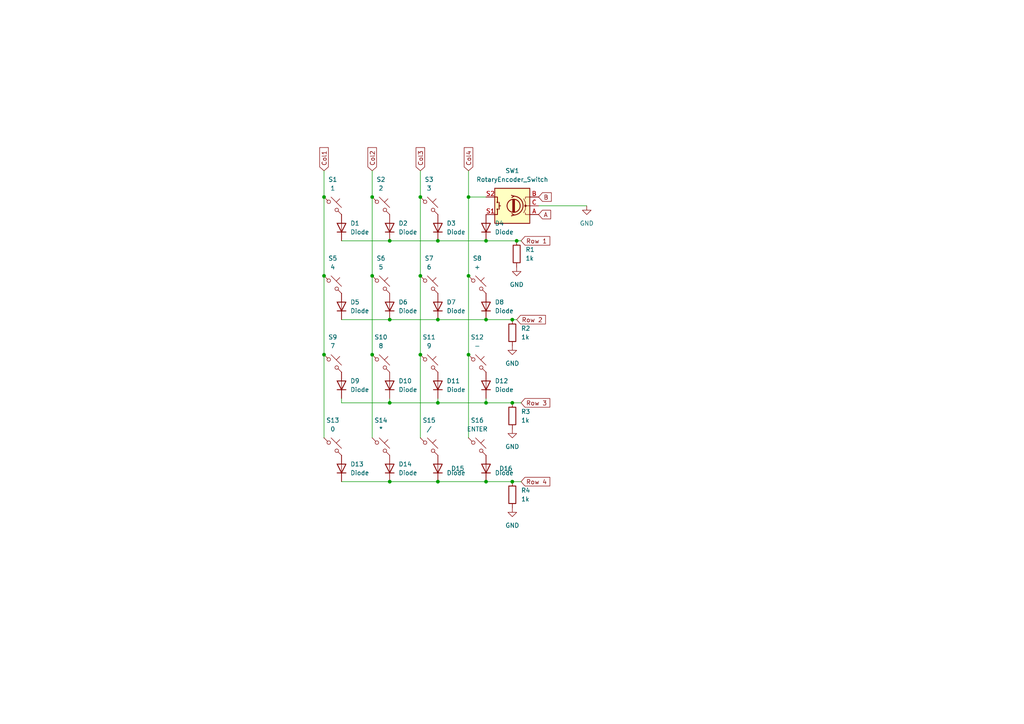
<source format=kicad_sch>
(kicad_sch (version 20231120) (generator "eeschema") (generator_version "8.0")
  (paper "A4")
  (lib_symbols
    (symbol "Device:R" (pin_numbers hide) (pin_names (offset 0))
      (property "Reference" "R" (at 2.032 0 90))
      (property "Value" "R" (at 0 0 90))
      (symbol "R_0_1"
        (rectangle (start -1.016 -2.54) (end 1.016 2.54) (stroke (width 0.254)))
      )
      (symbol "R_1_1"
        (pin passive line (at 0 3.81 270) (length 1.27) (name "~") (number "1"))
        (pin passive line (at 0 -3.81 90) (length 1.27) (name "~") (number "2"))
      )
    )
    (symbol "Device:RotaryEncoder_Switch" (pin_names (offset 0.254) hide)
      (property "Reference" "SW" (at 0 6.604 0))
      (property "Value" "RotaryEncoder_Switch" (at 0 -6.604 0))
      (symbol "RotaryEncoder_Switch_0_1"
        (rectangle (start -5.08 5.08) (end 5.08 -5.08) (stroke (width 0.254)) (fill (type background)))
        (circle (center -3.81 0) (radius 0.254) (fill (type outline)))
        (circle (center -0.381 0) (radius 1.905) (stroke (width 0.254)))
        (arc (start -0.381 2.667) (mid -3.0988 -0.0635) (end -0.381 -2.794) (stroke (width 0.254)))
        (polyline (pts (xy -0.635 -1.778) (xy -0.635 1.778)) (stroke (width 0.254)))
        (polyline (pts (xy -0.381 -1.778) (xy -0.381 1.778)) (stroke (width 0.254)))
        (polyline (pts (xy -0.127 1.778) (xy -0.127 -1.778)) (stroke (width 0.254)))
        (polyline (pts (xy 3.81 0) (xy 3.429 0)) (stroke (width 0.254)))
        (polyline (pts (xy 3.81 1.016) (xy 3.81 -1.016)) (stroke (width 0.254)))
        (polyline (pts (xy -5.08 -2.54) (xy -3.81 -2.54) (xy -3.81 -2.032)))
        (polyline (pts (xy -5.08 2.54) (xy -3.81 2.54) (xy -3.81 2.032)))
        (polyline (pts (xy 0.254 -3.048) (xy -0.508 -2.794) (xy 0.127 -2.413)) (stroke (width 0.254)))
        (polyline (pts (xy 0.254 2.921) (xy -0.508 2.667) (xy 0.127 2.286)) (stroke (width 0.254)))
        (polyline (pts (xy 5.08 -2.54) (xy 4.318 -2.54) (xy 4.318 -1.016)) (stroke (width 0.254)))
        (polyline (pts (xy 5.08 2.54) (xy 4.318 2.54) (xy 4.318 1.016)) (stroke (width 0.254)))
        (polyline (pts (xy -5.08 0) (xy -3.81 0) (xy -3.81 -1.016) (xy -3.302 -2.032)))
        (polyline (pts (xy -4.318 0) (xy -3.81 0) (xy -3.81 1.016) (xy -3.302 2.032)))
        (circle (center 4.318 -1.016) (radius 0.127) (stroke (width 0.254)))
        (circle (center 4.318 1.016) (radius 0.127) (stroke (width 0.254)))
      )
      (symbol "RotaryEncoder_Switch_1_1"
        (pin passive line (at -7.62 2.54 0) (length 2.54) (name "A") (number "A"))
        (pin passive line (at -7.62 -2.54 0) (length 2.54) (name "B") (number "B"))
        (pin passive line (at -7.62 0 0) (length 2.54) (name "C") (number "C"))
        (pin passive line (at 7.62 2.54 180) (length 2.54) (name "S1") (number "S1"))
        (pin passive line (at 7.62 -2.54 180) (length 2.54) (name "S2") (number "S2"))
      )
    )
    (symbol "ScottoKeebs:Placeholder_Diode" (pin_numbers hide) (pin_names hide)
      (property "Reference" "D" (at 0 2.54 0))
      (property "Value" "Diode" (at 0 -2.54 0))
      (symbol "Placeholder_Diode_0_1"
        (polyline (pts (xy -1.27 1.27) (xy -1.27 -1.27)) (stroke (width 0.254)))
        (polyline (pts (xy 1.27 0) (xy -1.27 0)))
        (polyline (pts (xy 1.27 1.27) (xy 1.27 -1.27) (xy -1.27 0) (xy 1.27 1.27)) (stroke (width 0.254)))
      )
      (symbol "Placeholder_Diode_1_1"
        (pin passive line (at -3.81 0 0) (length 2.54) (name "K") (number "1"))
        (pin passive line (at 3.81 0 180) (length 2.54) (name "A") (number "2"))
      )
    )
    (symbol "ScottoKeebs:Placeholder_Keyswitch" (pin_numbers hide) (pin_names (offset 1.016) hide)
      (property "Reference" "S" (at 3.048 1.016 0))
      (property "Value" "Keyswitch" (at 0 -3.81 0))
      (symbol "Placeholder_Keyswitch_0_1"
        (circle (center -1.1684 1.1684) (radius 0.508))
        (polyline (pts (xy -0.508 2.54) (xy 2.54 -0.508)))
        (polyline (pts (xy 1.016 1.016) (xy 2.032 2.032)))
        (polyline (pts (xy -2.54 2.54) (xy -1.524 1.524) (xy -1.524 1.524)))
        (polyline (pts (xy 1.524 -1.524) (xy 2.54 -2.54) (xy 2.54 -2.54) (xy 2.54 -2.54)))
        (circle (center 1.143 -1.1938) (radius 0.508))
        (pin passive line (at -2.54 2.54 0) (length 0) (name "1") (number "1"))
        (pin passive line (at 2.54 -2.54 180) (length 0) (name "2") (number "2"))
      )
    )
    (symbol "ScottoKeebs:Placeholder_Resistor" (pin_numbers hide) (pin_names (offset 0))
      (property "Reference" "R" (at 0 2.032 0))
      (property "Value" "Resistor" (at 0 -2.54 0))
      (symbol "Placeholder_Resistor_0_1"
        (rectangle (start 2.54 -1.016) (end -2.54 1.016) (stroke (width 0.254)))
      )
      (symbol "Placeholder_Resistor_1_1"
        (pin passive line (at -3.81 0 0) (length 1.27) (name "~") (number "1"))
        (pin passive line (at 3.81 0 180) (length 1.27) (name "~") (number "2"))
      )
    )
    (symbol "power:GND" (power) (pin_numbers hide) (pin_names (offset 0) hide)
      (property "Value" "GND" (at 0 -3.81 0))
      (symbol "GND_0_1"
        (polyline (pts (xy 0 0) (xy 0 -1.27) (xy 1.27 -1.27) (xy 0 -2.54) (xy -1.27 -1.27) (xy 0 -1.27)))
      )
      (symbol "GND_1_1"
        (pin power_in line (at 0 0 270) (length 0) (name "~") (number "1"))
      )
    )
  )
  (junction (at 135.89 80.01))
  (junction (at 140.97 69.85))
  (junction (at 127 92.71))
  (junction (at 121.92 80.01))
  (junction (at 113.03 69.85))
  (junction (at 127 139.7))
  (junction (at 140.97 92.71))
  (junction (at 127 116.84))
  (junction (at 93.98 80.01))
  (junction (at 148.59 92.71))
  (junction (at 140.97 139.7))
  (junction (at 107.95 80.01))
  (junction (at 135.89 57.15))
  (junction (at 121.92 102.87))
  (junction (at 113.03 116.84))
  (junction (at 93.98 57.15))
  (junction (at 140.97 116.84))
  (junction (at 121.92 57.15))
  (junction (at 113.03 139.7))
  (junction (at 113.03 92.71))
  (junction (at 148.59 139.7))
  (junction (at 107.95 57.15))
  (junction (at 149.86 69.85))
  (junction (at 148.59 116.84))
  (junction (at 107.95 102.87))
  (junction (at 127 69.85))
  (junction (at 135.89 102.87))
  (junction (at 93.98 102.87))
  (wire (pts (xy 107.95 49.53) (xy 107.95 57.15)))
  (wire (pts (xy 113.03 91.44) (xy 113.03 92.71)))
  (wire (pts (xy 140.97 116.84) (xy 148.59 116.84)))
  (wire (pts (xy 148.59 139.7) (xy 151.13 139.7)))
  (wire (pts (xy 135.89 57.15) (xy 140.97 57.15)))
  (wire (pts (xy 107.95 80.01) (xy 107.95 102.87)))
  (wire (pts (xy 140.97 116.84) (xy 140.97 115.57)))
  (wire (pts (xy 148.59 116.84) (xy 151.13 116.84)))
  (wire (pts (xy 121.92 57.15) (xy 121.92 80.01)))
  (wire (pts (xy 140.97 139.7) (xy 148.59 139.7)))
  (wire (pts (xy 135.89 80.01) (xy 135.89 102.87)))
  (wire (pts (xy 127 116.84) (xy 140.97 116.84)))
  (wire (pts (xy 127 139.7) (xy 140.97 139.7)))
  (wire (pts (xy 113.03 139.7) (xy 127 139.7)))
  (wire (pts (xy 113.03 92.71) (xy 127 92.71)))
  (wire (pts (xy 140.97 92.71) (xy 148.59 92.71)))
  (wire (pts (xy 99.06 139.7) (xy 113.03 139.7)))
  (wire (pts (xy 113.03 116.84) (xy 127 116.84)))
  (wire (pts (xy 140.97 69.85) (xy 149.86 69.85)))
  (wire (pts (xy 127 116.84) (xy 127 115.57)))
  (wire (pts (xy 99.06 92.71) (xy 113.03 92.71)))
  (wire (pts (xy 107.95 127) (xy 107.95 102.87)))
  (wire (pts (xy 99.06 69.85) (xy 113.03 69.85)))
  (wire (pts (xy 93.98 127) (xy 93.98 102.87)))
  (wire (pts (xy 113.03 69.85) (xy 127 69.85)))
  (wire (pts (xy 93.98 57.15) (xy 93.98 80.01)))
  (wire (pts (xy 135.89 57.15) (xy 135.89 80.01)))
  (wire (pts (xy 135.89 49.53) (xy 135.89 57.15)))
  (wire (pts (xy 135.89 127) (xy 135.89 102.87)))
  (wire (pts (xy 149.86 69.85) (xy 151.13 69.85)))
  (wire (pts (xy 99.06 116.84) (xy 99.06 115.57)))
  (wire (pts (xy 121.92 80.01) (xy 121.92 102.87)))
  (wire (pts (xy 93.98 49.53) (xy 93.98 57.15)))
  (wire (pts (xy 148.59 92.71) (xy 149.86 92.71)))
  (wire (pts (xy 113.03 116.84) (xy 113.03 115.57)))
  (wire (pts (xy 121.92 102.87) (xy 121.92 127)))
  (wire (pts (xy 121.92 49.53) (xy 121.92 57.15)))
  (wire (pts (xy 140.97 69.85) (xy 127 69.85)))
  (wire (pts (xy 156.21 59.69) (xy 170.18 59.69)))
  (wire (pts (xy 93.98 80.01) (xy 93.98 102.87)))
  (wire (pts (xy 99.06 116.84) (xy 113.03 116.84)))
  (wire (pts (xy 127 92.71) (xy 140.97 92.71)))
  (wire (pts (xy 107.95 57.15) (xy 107.95 80.01)))
  (global_label "Col2" (shape input) (at 107.95 49.53 90) (property "Intersheetrefs" "${INTERSHEET_REFS}" (effects (hide yes))))
  (global_label "Col3" (shape input) (at 121.92 49.53 90) (property "Intersheetrefs" "${INTERSHEET_REFS}" (effects (hide yes))))
  (global_label "B" (shape input) (at 156.21 57.15 0) (property "Intersheetrefs" "${INTERSHEET_REFS}" (effects (hide yes))))
  (global_label "Col1" (shape input) (at 93.98 49.53 90) (property "Intersheetrefs" "${INTERSHEET_REFS}" (effects (hide yes))))
  (global_label "Row 1" (shape input) (at 151.13 69.85 0) (property "Intersheetrefs" "${INTERSHEET_REFS}" (effects (hide yes))))
  (global_label "Row 3" (shape input) (at 151.13 116.84 0) (property "Intersheetrefs" "${INTERSHEET_REFS}" (effects (hide yes))))
  (global_label "Row 4" (shape input) (at 151.13 139.7 0) (property "Intersheetrefs" "${INTERSHEET_REFS}" (effects (hide yes))))
  (global_label "Col4" (shape input) (at 135.89 49.53 90) (property "Intersheetrefs" "${INTERSHEET_REFS}" (effects (hide yes))))
  (global_label "A" (shape input) (at 156.21 62.23 0) (property "Intersheetrefs" "${INTERSHEET_REFS}" (effects (hide yes))))
  (global_label "Row 2" (shape input) (at 149.86 92.71 0) (property "Intersheetrefs" "${INTERSHEET_REFS}" (effects (hide yes))))
  (symbol (lib_id "ScottoKeebs:Placeholder_Keyswitch") (at 110.49 82.55 0) (unit 1)
    (property "Reference" "S6" (at 110.49 74.93 0))
    (property "Value" "5" (at 110.49 77.47 0))
    (property "Footprint" "PCM_Switch_Keyboard_Hotswap_Kailh:SW_Hotswap_Kailh_MX_1.00u" (effects (hide yes)))
    (property "Description" "Push button switch, normally open, two pins, 45° tilted" (effects (hide yes)))
  )
  (symbol (lib_id "power:GND") (at 170.18 59.69 0) (unit 1)
    (property "Reference" "#PWR016" (effects (hide yes)))
    (property "Value" "GND" (at 170.18 64.77 0))
    (property "Description" "Power symbol creates a global label with name \"GND\" , ground" (effects (hide yes)))
  )
  (symbol (lib_id "ScottoKeebs:Placeholder_Keyswitch") (at 124.46 105.41 0) (unit 1)
    (property "Reference" "S11" (at 124.46 97.79 0))
    (property "Value" "9" (at 124.46 100.33 0))
    (property "Footprint" "PCM_Switch_Keyboard_Hotswap_Kailh:SW_Hotswap_Kailh_MX_1.00u" (effects (hide yes)))
    (property "Description" "Push button switch, normally open, two pins, 45° tilted" (effects (hide yes)))
  )
  (symbol (lib_id "Device:R") (at 149.86 73.66 0) (unit 1)
    (property "Reference" "R1" (at 152.4 72.3899 0) (effects (justify left)))
    (property "Value" "1k" (at 152.4 74.9299 0) (effects (justify left)))
    (property "Footprint" "Resistor_SMD:R_0805_2012Metric_Pad1.20x1.40mm_HandSolder" (effects (hide yes)))
    (property "Description" "Resistor" (effects (hide yes)))
  )
  (symbol (lib_id "ScottoKeebs:Placeholder_Diode") (at 127 135.89 90) (unit 1)
    (property "Reference" "D15" (at 130.81 135.8899 90) (effects (justify right)))
    (property "Value" "Diode" (at 129.54 137.1599 90) (effects (justify right)))
    (property "Footprint" "Diode_SMD:D_MiniMELF_Handsoldering" (effects (hide yes)))
    (property "Description" "1N4148 (DO-35) or 1N4148W (SOD-123)" (effects (hide yes)))
    (property "Sim.Device" "D" (effects (hide yes)))
    (property "Sim.Pins" "1=K 2=A" (effects (hide yes)))
  )
  (symbol (lib_id "ScottoKeebs:Placeholder_Keyswitch") (at 124.46 59.69 0) (unit 1)
    (property "Reference" "S3" (at 124.46 52.07 0))
    (property "Value" "3" (at 124.46 54.61 0))
    (property "Footprint" "PCM_Switch_Keyboard_Hotswap_Kailh:SW_Hotswap_Kailh_MX_1.00u" (effects (hide yes)))
    (property "Description" "Push button switch, normally open, two pins, 45° tilted" (effects (hide yes)))
  )
  (symbol (lib_id "power:GND") (at 148.59 124.46 0) (unit 1)
    (property "Reference" "#PWR080" (effects (hide yes)))
    (property "Value" "GND" (at 148.59 129.54 0))
    (property "Description" "Power symbol creates a global label with name \"GND\" , ground" (effects (hide yes)))
  )
  (symbol (lib_id "ScottoKeebs:Placeholder_Keyswitch") (at 110.49 129.54 0) (unit 1)
    (property "Reference" "S14" (at 110.49 121.92 0))
    (property "Value" "*" (at 110.49 124.46 0))
    (property "Footprint" "PCM_Switch_Keyboard_Hotswap_Kailh:SW_Hotswap_Kailh_MX_1.00u" (effects (hide yes)))
    (property "Description" "Push button switch, normally open, two pins, 45° tilted" (effects (hide yes)))
  )
  (symbol (lib_id "ScottoKeebs:Placeholder_Diode") (at 99.06 111.76 90) (unit 1)
    (property "Reference" "D9" (at 101.6 110.4899 90) (effects (justify right)))
    (property "Value" "Diode" (at 101.6 113.0299 90) (effects (justify right)))
    (property "Footprint" "Diode_SMD:D_MiniMELF_Handsoldering" (effects (hide yes)))
    (property "Description" "1N4148 (DO-35) or 1N4148W (SOD-123)" (effects (hide yes)))
    (property "Sim.Device" "D" (effects (hide yes)))
    (property "Sim.Pins" "1=K 2=A" (effects (hide yes)))
  )
  (symbol (lib_id "ScottoKeebs:Placeholder_Keyswitch") (at 138.43 105.41 0) (unit 1)
    (property "Reference" "S12" (at 138.43 97.79 0))
    (property "Value" "-" (at 138.43 100.33 0))
    (property "Footprint" "PCM_Switch_Keyboard_Hotswap_Kailh:SW_Hotswap_Kailh_MX_1.00u" (effects (hide yes)))
    (property "Description" "Push button switch, normally open, two pins, 45° tilted" (effects (hide yes)))
  )
  (symbol (lib_id "ScottoKeebs:Placeholder_Keyswitch") (at 96.52 105.41 0) (unit 1)
    (property "Reference" "S9" (at 96.52 97.79 0))
    (property "Value" "7" (at 96.52 100.33 0))
    (property "Footprint" "PCM_Switch_Keyboard_Hotswap_Kailh:SW_Hotswap_Kailh_MX_1.00u" (effects (hide yes)))
    (property "Description" "Push button switch, normally open, two pins, 45° tilted" (effects (hide yes)))
  )
  (symbol (lib_id "ScottoKeebs:Placeholder_Diode") (at 127 111.76 90) (unit 1)
    (property "Reference" "D11" (at 129.54 110.4899 90) (effects (justify right)))
    (property "Value" "Diode" (at 129.54 113.0299 90) (effects (justify right)))
    (property "Footprint" "Diode_SMD:D_MiniMELF_Handsoldering" (effects (hide yes)))
    (property "Description" "1N4148 (DO-35) or 1N4148W (SOD-123)" (effects (hide yes)))
    (property "Sim.Device" "D" (effects (hide yes)))
    (property "Sim.Pins" "1=K 2=A" (effects (hide yes)))
  )
  (symbol (lib_id "ScottoKeebs:Placeholder_Diode") (at 140.97 66.04 90) (unit 1)
    (property "Reference" "D4" (at 143.51 64.7699 90) (effects (justify right)))
    (property "Value" "Diode" (at 143.51 67.3099 90) (effects (justify right)))
    (property "Footprint" "Diode_SMD:D_MiniMELF_Handsoldering" (effects (hide yes)))
    (property "Description" "1N4148 (DO-35) or 1N4148W (SOD-123)" (effects (hide yes)))
    (property "Sim.Device" "D" (effects (hide yes)))
    (property "Sim.Pins" "1=K 2=A" (effects (hide yes)))
  )
  (symbol (lib_id "ScottoKeebs:Placeholder_Diode") (at 99.06 135.89 90) (unit 1)
    (property "Reference" "D13" (at 101.6 134.6199 90) (effects (justify right)))
    (property "Value" "Diode" (at 101.6 137.1599 90) (effects (justify right)))
    (property "Footprint" "Diode_SMD:D_MiniMELF_Handsoldering" (effects (hide yes)))
    (property "Description" "1N4148 (DO-35) or 1N4148W (SOD-123)" (effects (hide yes)))
    (property "Sim.Device" "D" (effects (hide yes)))
    (property "Sim.Pins" "1=K 2=A" (effects (hide yes)))
  )
  (symbol (lib_id "power:GND") (at 148.59 100.33 0) (unit 1)
    (property "Reference" "#PWR079" (effects (hide yes)))
    (property "Value" "GND" (at 148.59 105.41 0))
    (property "Description" "Power symbol creates a global label with name \"GND\" , ground" (effects (hide yes)))
  )
  (symbol (lib_id "ScottoKeebs:Placeholder_Keyswitch") (at 138.43 129.54 0) (unit 1)
    (property "Reference" "S16" (at 138.43 121.92 0))
    (property "Value" "ENTER" (at 138.43 124.46 0))
    (property "Footprint" "PCM_Switch_Keyboard_Hotswap_Kailh:SW_Hotswap_Kailh_MX_2.25u_90deg" (effects (hide yes)))
    (property "Description" "Push button switch, normally open, two pins, 45° tilted" (effects (hide yes)))
  )
  (symbol (lib_id "Device:RotaryEncoder_Switch") (at 148.59 59.69 180) (unit 1)
    (property "Reference" "SW1" (at 148.59 49.53 0))
    (property "Value" "RotaryEncoder_Switch" (at 148.59 52.07 0))
    (property "Footprint" "Rotary_Encoder:RotaryEncoder_Alps_EC11E-Switch_Vertical_H20mm_CircularMountingHoles" (effects (hide yes)))
    (property "Description" "Rotary encoder, dual channel, incremental quadrate outputs, with switch" (effects (hide yes)))
  )
  (symbol (lib_id "ScottoKeebs:Placeholder_Diode") (at 127 88.9 90) (unit 1)
    (property "Reference" "D7" (at 129.54 87.6299 90) (effects (justify right)))
    (property "Value" "Diode" (at 129.54 90.1699 90) (effects (justify right)))
    (property "Footprint" "Diode_SMD:D_MiniMELF_Handsoldering" (effects (hide yes)))
    (property "Description" "1N4148 (DO-35) or 1N4148W (SOD-123)" (effects (hide yes)))
    (property "Sim.Device" "D" (effects (hide yes)))
    (property "Sim.Pins" "1=K 2=A" (effects (hide yes)))
  )
  (symbol (lib_id "ScottoKeebs:Placeholder_Diode") (at 113.03 135.89 90) (unit 1)
    (property "Reference" "D14" (at 115.57 134.6199 90) (effects (justify right)))
    (property "Value" "Diode" (at 115.57 137.1599 90) (effects (justify right)))
    (property "Footprint" "Diode_SMD:D_MiniMELF_Handsoldering" (effects (hide yes)))
    (property "Description" "1N4148 (DO-35) or 1N4148W (SOD-123)" (effects (hide yes)))
    (property "Sim.Device" "D" (effects (hide yes)))
    (property "Sim.Pins" "1=K 2=A" (effects (hide yes)))
  )
  (symbol (lib_id "ScottoKeebs:Placeholder_Diode") (at 99.06 66.04 90) (unit 1)
    (property "Reference" "D1" (at 101.6 64.7699 90) (effects (justify right)))
    (property "Value" "Diode" (at 101.6 67.3099 90) (effects (justify right)))
    (property "Footprint" "Diode_SMD:D_MiniMELF_Handsoldering" (effects (hide yes)))
    (property "Description" "1N4148 (DO-35) or 1N4148W (SOD-123)" (effects (hide yes)))
    (property "Sim.Device" "D" (effects (hide yes)))
    (property "Sim.Pins" "1=K 2=A" (effects (hide yes)))
  )
  (symbol (lib_id "ScottoKeebs:Placeholder_Keyswitch") (at 124.46 82.55 0) (unit 1)
    (property "Reference" "S7" (at 124.46 74.93 0))
    (property "Value" "6" (at 124.46 77.47 0))
    (property "Footprint" "PCM_Switch_Keyboard_Hotswap_Kailh:SW_Hotswap_Kailh_MX_1.00u" (effects (hide yes)))
    (property "Description" "Push button switch, normally open, two pins, 45° tilted" (effects (hide yes)))
  )
  (symbol (lib_id "ScottoKeebs:Placeholder_Diode") (at 127 66.04 90) (unit 1)
    (property "Reference" "D3" (at 129.54 64.7699 90) (effects (justify right)))
    (property "Value" "Diode" (at 129.54 67.3099 90) (effects (justify right)))
    (property "Footprint" "Diode_SMD:D_MiniMELF_Handsoldering" (effects (hide yes)))
    (property "Description" "1N4148 (DO-35) or 1N4148W (SOD-123)" (effects (hide yes)))
    (property "Sim.Device" "D" (effects (hide yes)))
    (property "Sim.Pins" "1=K 2=A" (effects (hide yes)))
  )
  (symbol (lib_id "ScottoKeebs:Placeholder_Keyswitch") (at 138.43 82.55 0) (unit 1)
    (property "Reference" "S8" (at 138.43 74.93 0))
    (property "Value" "+" (at 138.43 77.47 0))
    (property "Footprint" "PCM_Switch_Keyboard_Hotswap_Kailh:SW_Hotswap_Kailh_MX_1.00u" (effects (hide yes)))
    (property "Description" "Push button switch, normally open, two pins, 45° tilted" (effects (hide yes)))
  )
  (symbol (lib_id "power:GND") (at 148.59 147.32 0) (unit 1)
    (property "Reference" "#PWR081" (effects (hide yes)))
    (property "Value" "GND" (at 148.59 152.4 0))
    (property "Description" "Power symbol creates a global label with name \"GND\" , ground" (effects (hide yes)))
  )
  (symbol (lib_id "ScottoKeebs:Placeholder_Resistor") (at 148.59 143.51 270) (unit 1)
    (property "Reference" "R4" (at 151.13 142.2399 90) (effects (justify left)))
    (property "Value" "1k" (at 151.13 144.7799 90) (effects (justify left)))
    (property "Footprint" "Resistor_SMD:R_0805_2012Metric_Pad1.20x1.40mm_HandSolder" (effects (hide yes)))
    (property "Description" "Resistor" (effects (hide yes)))
  )
  (symbol (lib_id "ScottoKeebs:Placeholder_Diode") (at 113.03 88.9 90) (unit 1)
    (property "Reference" "D6" (at 115.57 87.6299 90) (effects (justify right)))
    (property "Value" "Diode" (at 115.57 90.1699 90) (effects (justify right)))
    (property "Footprint" "Diode_SMD:D_MiniMELF_Handsoldering" (effects (hide yes)))
    (property "Description" "1N4148 (DO-35) or 1N4148W (SOD-123)" (effects (hide yes)))
    (property "Sim.Device" "D" (effects (hide yes)))
    (property "Sim.Pins" "1=K 2=A" (effects (hide yes)))
  )
  (symbol (lib_id "ScottoKeebs:Placeholder_Diode") (at 113.03 111.76 90) (unit 1)
    (property "Reference" "D10" (at 115.57 110.4899 90) (effects (justify right)))
    (property "Value" "Diode" (at 115.57 113.0299 90) (effects (justify right)))
    (property "Footprint" "Diode_SMD:D_MiniMELF_Handsoldering" (effects (hide yes)))
    (property "Description" "1N4148 (DO-35) or 1N4148W (SOD-123)" (effects (hide yes)))
    (property "Sim.Device" "D" (effects (hide yes)))
    (property "Sim.Pins" "1=K 2=A" (effects (hide yes)))
  )
  (symbol (lib_id "ScottoKeebs:Placeholder_Keyswitch") (at 96.52 129.54 0) (unit 1)
    (property "Reference" "S13" (at 96.52 121.92 0))
    (property "Value" "0" (at 96.52 124.46 0))
    (property "Footprint" "PCM_Switch_Keyboard_Hotswap_Kailh:SW_Hotswap_Kailh_MX_1.00u" (effects (hide yes)))
    (property "Description" "Push button switch, normally open, two pins, 45° tilted" (effects (hide yes)))
  )
  (symbol (lib_id "ScottoKeebs:Placeholder_Diode") (at 99.06 88.9 90) (unit 1)
    (property "Reference" "D5" (at 101.6 87.6299 90) (effects (justify right)))
    (property "Value" "Diode" (at 101.6 90.1699 90) (effects (justify right)))
    (property "Footprint" "Diode_SMD:D_MiniMELF_Handsoldering" (effects (hide yes)))
    (property "Description" "1N4148 (DO-35) or 1N4148W (SOD-123)" (effects (hide yes)))
    (property "Sim.Device" "D" (effects (hide yes)))
    (property "Sim.Pins" "1=K 2=A" (effects (hide yes)))
  )
  (symbol (lib_id "ScottoKeebs:Placeholder_Diode") (at 113.03 66.04 90) (unit 1)
    (property "Reference" "D2" (at 115.57 64.7699 90) (effects (justify right)))
    (property "Value" "Diode" (at 115.57 67.3099 90) (effects (justify right)))
    (property "Footprint" "Diode_SMD:D_MiniMELF_Handsoldering" (effects (hide yes)))
    (property "Description" "1N4148 (DO-35) or 1N4148W (SOD-123)" (effects (hide yes)))
    (property "Sim.Device" "D" (effects (hide yes)))
    (property "Sim.Pins" "1=K 2=A" (effects (hide yes)))
  )
  (symbol (lib_id "ScottoKeebs:Placeholder_Keyswitch") (at 110.49 59.69 0) (unit 1)
    (property "Reference" "S2" (at 110.49 52.07 0))
    (property "Value" "2" (at 110.49 54.61 0))
    (property "Footprint" "PCM_Switch_Keyboard_Hotswap_Kailh:SW_Hotswap_Kailh_MX_1.00u" (effects (hide yes)))
    (property "Description" "Push button switch, normally open, two pins, 45° tilted" (effects (hide yes)))
  )
  (symbol (lib_id "power:GND") (at 149.86 77.47 0) (unit 1)
    (property "Reference" "#PWR078" (effects (hide yes)))
    (property "Value" "GND" (at 149.86 82.55 0))
    (property "Description" "Power symbol creates a global label with name \"GND\" , ground" (effects (hide yes)))
  )
  (symbol (lib_id "ScottoKeebs:Placeholder_Diode") (at 140.97 135.89 90) (unit 1)
    (property "Reference" "D16" (at 144.78 135.8899 90) (effects (justify right)))
    (property "Value" "Diode" (at 143.51 137.1599 90) (effects (justify right)))
    (property "Footprint" "Diode_SMD:D_MiniMELF_Handsoldering" (effects (hide yes)))
    (property "Description" "1N4148 (DO-35) or 1N4148W (SOD-123)" (effects (hide yes)))
    (property "Sim.Device" "D" (effects (hide yes)))
    (property "Sim.Pins" "1=K 2=A" (effects (hide yes)))
  )
  (symbol (lib_id "ScottoKeebs:Placeholder_Resistor") (at 148.59 120.65 270) (unit 1)
    (property "Reference" "R3" (at 151.13 119.3799 90) (effects (justify left)))
    (property "Value" "1k" (at 151.13 121.9199 90) (effects (justify left)))
    (property "Footprint" "Resistor_SMD:R_0805_2012Metric_Pad1.20x1.40mm_HandSolder" (effects (hide yes)))
    (property "Description" "Resistor" (effects (hide yes)))
  )
  (symbol (lib_id "ScottoKeebs:Placeholder_Keyswitch") (at 96.52 82.55 0) (unit 1)
    (property "Reference" "S5" (at 96.52 74.93 0))
    (property "Value" "4" (at 96.52 77.47 0))
    (property "Footprint" "PCM_Switch_Keyboard_Hotswap_Kailh:SW_Hotswap_Kailh_MX_1.00u" (effects (hide yes)))
    (property "Description" "Push button switch, normally open, two pins, 45° tilted" (effects (hide yes)))
  )
  (symbol (lib_id "ScottoKeebs:Placeholder_Diode") (at 140.97 111.76 90) (unit 1)
    (property "Reference" "D12" (at 143.51 110.4899 90) (effects (justify right)))
    (property "Value" "Diode" (at 143.51 113.0299 90) (effects (justify right)))
    (property "Footprint" "Diode_SMD:D_MiniMELF_Handsoldering" (effects (hide yes)))
    (property "Description" "1N4148 (DO-35) or 1N4148W (SOD-123)" (effects (hide yes)))
    (property "Sim.Device" "D" (effects (hide yes)))
    (property "Sim.Pins" "1=K 2=A" (effects (hide yes)))
  )
  (symbol (lib_id "ScottoKeebs:Placeholder_Diode") (at 140.97 88.9 90) (unit 1)
    (property "Reference" "D8" (at 143.51 87.6299 90) (effects (justify right)))
    (property "Value" "Diode" (at 143.51 90.1699 90) (effects (justify right)))
    (property "Footprint" "Diode_SMD:D_MiniMELF_Handsoldering" (effects (hide yes)))
    (property "Description" "1N4148 (DO-35) or 1N4148W (SOD-123)" (effects (hide yes)))
    (property "Sim.Device" "D" (effects (hide yes)))
    (property "Sim.Pins" "1=K 2=A" (effects (hide yes)))
  )
  (symbol (lib_id "ScottoKeebs:Placeholder_Resistor") (at 148.59 96.52 90) (unit 1)
    (property "Reference" "R2" (at 151.13 95.2499 90) (effects (justify right)))
    (property "Value" "1k" (at 151.13 97.7899 90) (effects (justify right)))
    (property "Footprint" "Resistor_SMD:R_0805_2012Metric_Pad1.20x1.40mm_HandSolder" (effects (hide yes)))
    (property "Description" "Resistor" (effects (hide yes)))
  )
  (symbol (lib_id "ScottoKeebs:Placeholder_Keyswitch") (at 124.46 129.54 0) (unit 1)
    (property "Reference" "S15" (at 124.46 121.92 0))
    (property "Value" "/" (at 124.46 124.46 0))
    (property "Footprint" "PCM_Switch_Keyboard_Hotswap_Kailh:SW_Hotswap_Kailh_MX_1.00u" (effects (hide yes)))
    (property "Description" "Push button switch, normally open, two pins, 45° tilted" (effects (hide yes)))
  )
  (symbol (lib_id "ScottoKeebs:Placeholder_Keyswitch") (at 110.49 105.41 0) (unit 1)
    (property "Reference" "S10" (at 110.49 97.79 0))
    (property "Value" "8" (at 110.49 100.33 0))
    (property "Footprint" "PCM_Switch_Keyboard_Hotswap_Kailh:SW_Hotswap_Kailh_MX_1.00u" (effects (hide yes)))
    (property "Description" "Push button switch, normally open, two pins, 45° tilted" (effects (hide yes)))
  )
  (symbol (lib_id "ScottoKeebs:Placeholder_Keyswitch") (at 96.52 59.69 0) (unit 1)
    (property "Reference" "S1" (at 96.52 52.07 0))
    (property "Value" "1" (at 96.52 54.61 0))
    (property "Footprint" "PCM_Switch_Keyboard_Hotswap_Kailh:SW_Hotswap_Kailh_MX_1.00u" (effects (hide yes)))
    (property "Description" "Push button switch, normally open, two pins, 45° tilted" (effects (hide yes)))
  )
)
</source>
